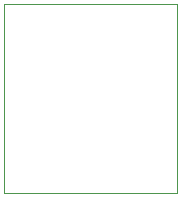
<source format=gko>
G75*
%MOIN*%
%OFA0B0*%
%FSLAX24Y24*%
%IPPOS*%
%LPD*%
%AMOC8*
5,1,8,0,0,1.08239X$1,22.5*
%
%ADD10C,0.0000*%
D10*
X000200Y000205D02*
X000200Y006505D01*
X005950Y006505D01*
X005950Y000205D01*
X000200Y000205D01*
M02*

</source>
